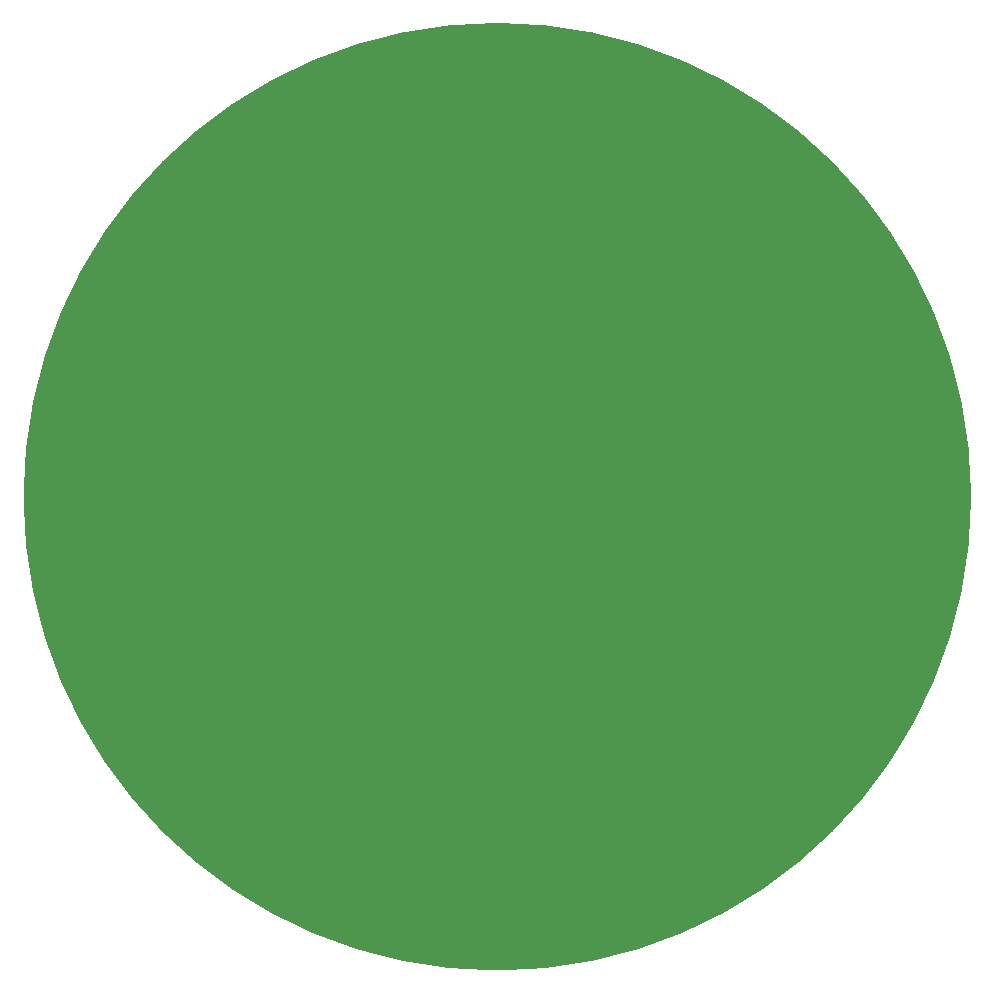
<source format=gbr>
%TF.GenerationSoftware,KiCad,Pcbnew,(7.0.0)*%
%TF.CreationDate,2023-03-03T14:42:47-06:00*%
%TF.ProjectId,GEM.0.02,47454d2e-302e-4303-922e-6b696361645f,rev?*%
%TF.SameCoordinates,Original*%
%TF.FileFunction,Soldermask,Bot*%
%TF.FilePolarity,Negative*%
%FSLAX46Y46*%
G04 Gerber Fmt 4.6, Leading zero omitted, Abs format (unit mm)*
G04 Created by KiCad (PCBNEW (7.0.0)) date 2023-03-03 14:42:47*
%MOMM*%
%LPD*%
G01*
G04 APERTURE LIST*
%ADD10C,40.100000*%
G04 APERTURE END LIST*
D10*
X147050000Y-101600000D02*
G75*
G03*
X147050000Y-101600000I-20050000J0D01*
G01*
M02*

</source>
